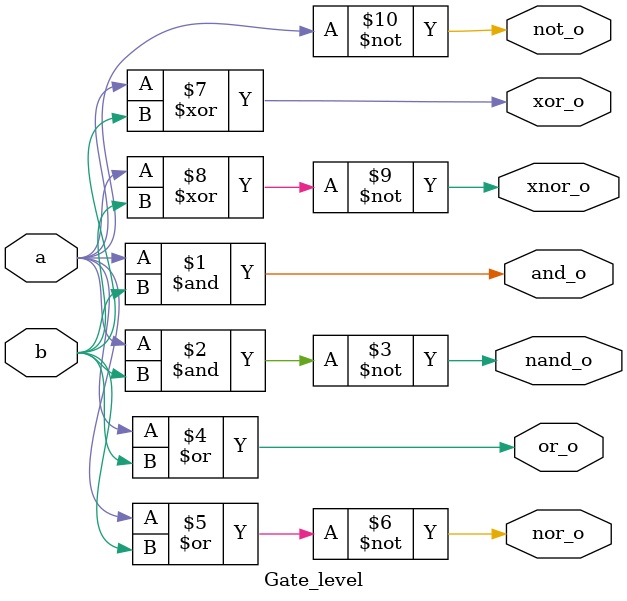
<source format=v>
`timescale 1ns / 1ps
module Gate_level(input a,b,
output and_o,
output nand_o,
output or_o,
output nor_o,
output not_o,
output xor_o,
output xnor_o
    );

and and1(and_o,a,b);
nand nand1(nand_o,a,b);
or or1(or_o,a,b);
nor nor1(nor_o,a,b);
not not1(not_o,a);
xor xor1(xor_o,a,b);
xnor xnor1(xnor_o,a,b);
endmodule

</source>
